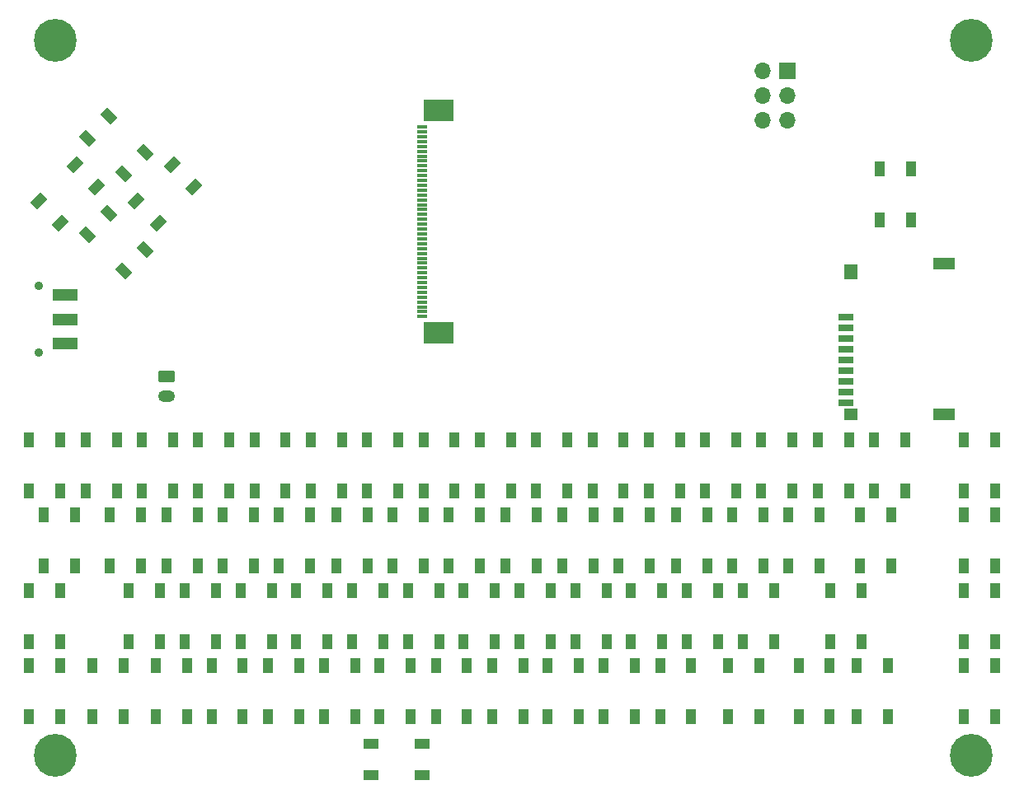
<source format=gbr>
%TF.GenerationSoftware,KiCad,Pcbnew,(6.0.0)*%
%TF.CreationDate,2022-10-15T12:08:06+11:00*%
%TF.ProjectId,c64pico,63363470-6963-46f2-9e6b-696361645f70,rev?*%
%TF.SameCoordinates,Original*%
%TF.FileFunction,Soldermask,Top*%
%TF.FilePolarity,Negative*%
%FSLAX46Y46*%
G04 Gerber Fmt 4.6, Leading zero omitted, Abs format (unit mm)*
G04 Created by KiCad (PCBNEW (6.0.0)) date 2022-10-15 12:08:06*
%MOMM*%
%LPD*%
G01*
G04 APERTURE LIST*
G04 Aperture macros list*
%AMRoundRect*
0 Rectangle with rounded corners*
0 $1 Rounding radius*
0 $2 $3 $4 $5 $6 $7 $8 $9 X,Y pos of 4 corners*
0 Add a 4 corners polygon primitive as box body*
4,1,4,$2,$3,$4,$5,$6,$7,$8,$9,$2,$3,0*
0 Add four circle primitives for the rounded corners*
1,1,$1+$1,$2,$3*
1,1,$1+$1,$4,$5*
1,1,$1+$1,$6,$7*
1,1,$1+$1,$8,$9*
0 Add four rect primitives between the rounded corners*
20,1,$1+$1,$2,$3,$4,$5,0*
20,1,$1+$1,$4,$5,$6,$7,0*
20,1,$1+$1,$6,$7,$8,$9,0*
20,1,$1+$1,$8,$9,$2,$3,0*%
%AMRotRect*
0 Rectangle, with rotation*
0 The origin of the aperture is its center*
0 $1 length*
0 $2 width*
0 $3 Rotation angle, in degrees counterclockwise*
0 Add horizontal line*
21,1,$1,$2,0,0,$3*%
G04 Aperture macros list end*
%ADD10R,1.000000X1.550000*%
%ADD11C,4.400000*%
%ADD12RotRect,1.550000X1.000000X135.000000*%
%ADD13RotRect,1.550000X1.000000X45.000000*%
%ADD14R,1.100000X0.300000*%
%ADD15R,3.100000X2.300000*%
%ADD16R,1.600000X0.700000*%
%ADD17R,2.200000X1.200000*%
%ADD18R,1.400000X1.200000*%
%ADD19R,1.400000X1.600000*%
%ADD20C,0.900000*%
%ADD21R,2.500000X1.250000*%
%ADD22RotRect,1.550000X1.000000X225.000000*%
%ADD23R,1.550000X1.000000*%
%ADD24RoundRect,0.250000X-0.625000X0.350000X-0.625000X-0.350000X0.625000X-0.350000X0.625000X0.350000X0*%
%ADD25O,1.750000X1.200000*%
%ADD26R,1.700000X1.700000*%
%ADD27O,1.700000X1.700000*%
G04 APERTURE END LIST*
D10*
%TO.C,SW61*%
X94480000Y-109775000D03*
X94480000Y-104525000D03*
X97680000Y-109775000D03*
X97680000Y-104525000D03*
%TD*%
D11*
%TO.C,H1*%
X39350000Y-63450000D03*
%TD*%
D10*
%TO.C,SW15*%
X108840000Y-112275000D03*
X108840000Y-117525000D03*
X112040000Y-112275000D03*
X112040000Y-117525000D03*
%TD*%
%TO.C,SW62*%
X106050001Y-104525000D03*
X106050001Y-109775000D03*
X109250001Y-104525000D03*
X109250001Y-109775000D03*
%TD*%
D12*
%TO.C,SW67*%
X42589754Y-83492332D03*
X46302064Y-87204642D03*
X44852496Y-81229590D03*
X48564806Y-84941900D03*
%TD*%
D10*
%TO.C,SW10*%
X50740000Y-112275000D03*
X50740000Y-117525000D03*
X53940000Y-112275000D03*
X53940000Y-117525000D03*
%TD*%
%TO.C,SW2*%
X54000000Y-109775000D03*
X54000000Y-104525000D03*
X57200000Y-109775000D03*
X57200000Y-104525000D03*
%TD*%
%TO.C,SW37*%
X84180000Y-133025000D03*
X84180000Y-127775000D03*
X87380000Y-133025000D03*
X87380000Y-127775000D03*
%TD*%
%TO.C,SW23*%
X104170000Y-120025000D03*
X104170000Y-125275000D03*
X107370000Y-120025000D03*
X107370000Y-125275000D03*
%TD*%
%TO.C,SW54*%
X103060000Y-117525000D03*
X103060000Y-112275000D03*
X106260000Y-112275000D03*
X106260000Y-117525000D03*
%TD*%
%TO.C,SW26*%
X43150001Y-127775000D03*
X43150001Y-133025000D03*
X46350001Y-133025000D03*
X46350001Y-127775000D03*
%TD*%
%TO.C,SW48*%
X132650000Y-112274999D03*
X132650000Y-117524999D03*
X135850000Y-117524999D03*
X135850000Y-112274999D03*
%TD*%
%TO.C,SW27*%
X55369999Y-133025000D03*
X55369999Y-127775000D03*
X58569999Y-133025000D03*
X58569999Y-127775000D03*
%TD*%
%TO.C,SW65*%
X121950001Y-117525000D03*
X121950001Y-112275000D03*
X125150001Y-117525000D03*
X125150001Y-112275000D03*
%TD*%
%TO.C,SW44*%
X75580000Y-125275000D03*
X75580000Y-120025000D03*
X78780000Y-125275000D03*
X78780000Y-120025000D03*
%TD*%
%TO.C,SW63*%
X117610000Y-109775000D03*
X117610000Y-104525000D03*
X120810000Y-109775000D03*
X120810000Y-104525000D03*
%TD*%
D13*
%TO.C,SW69*%
X51311996Y-76262474D03*
X47599686Y-79974784D03*
X49862428Y-82237526D03*
X53574738Y-78525216D03*
%TD*%
D10*
%TO.C,SW3*%
X65560000Y-104525000D03*
X65560000Y-109775000D03*
X68760000Y-104525000D03*
X68760000Y-109775000D03*
%TD*%
D11*
%TO.C,H3*%
X39350000Y-136950000D03*
%TD*%
D10*
%TO.C,SW52*%
X79740000Y-112275000D03*
X79740000Y-117525000D03*
X82940000Y-117525000D03*
X82940000Y-112275000D03*
%TD*%
%TO.C,SW53*%
X91400000Y-117525000D03*
X91400000Y-112275000D03*
X94600000Y-117525000D03*
X94600000Y-112275000D03*
%TD*%
%TO.C,SW5*%
X88700000Y-109775000D03*
X88700000Y-104525000D03*
X91900000Y-109775000D03*
X91900000Y-104525000D03*
%TD*%
%TO.C,SW51*%
X68180000Y-117525000D03*
X68180000Y-112275000D03*
X71380000Y-112275000D03*
X71380000Y-117525000D03*
%TD*%
%TO.C,SW58*%
X59780000Y-104525000D03*
X59780000Y-109775000D03*
X62980000Y-109775000D03*
X62980000Y-104525000D03*
%TD*%
D11*
%TO.C,H4*%
X133350000Y-136950000D03*
%TD*%
D10*
%TO.C,SW25*%
X36650000Y-120025000D03*
X36650000Y-125275000D03*
X39850000Y-125275000D03*
X39850000Y-120025000D03*
%TD*%
%TO.C,SW47*%
X109950000Y-125275000D03*
X109950000Y-120025000D03*
X113150000Y-125275000D03*
X113150000Y-120025000D03*
%TD*%
%TO.C,SW49*%
X44899999Y-117525000D03*
X44899999Y-112275000D03*
X48099999Y-117525000D03*
X48099999Y-112275000D03*
%TD*%
%TO.C,SW55*%
X114620000Y-117525000D03*
X114620000Y-112275000D03*
X117820000Y-112275000D03*
X117820000Y-117525000D03*
%TD*%
%TO.C,SW12*%
X73960000Y-117524999D03*
X73960000Y-112274999D03*
X77160000Y-117524999D03*
X77160000Y-112274999D03*
%TD*%
%TO.C,SW46*%
X98390000Y-125275000D03*
X98390000Y-120025000D03*
X101590000Y-125275000D03*
X101590000Y-120025000D03*
%TD*%
D14*
%TO.C,J5*%
X76976800Y-91875009D03*
X76976800Y-91375009D03*
X76976800Y-90875009D03*
X76976800Y-90375009D03*
X76976800Y-89875009D03*
X76976800Y-89375009D03*
X76976800Y-88875009D03*
X76976800Y-88375009D03*
X76976800Y-87875009D03*
X76976800Y-87375009D03*
X76976800Y-86875009D03*
X76976800Y-86375009D03*
X76976800Y-85875009D03*
X76976800Y-85375009D03*
X76976800Y-84875009D03*
X76976800Y-84375009D03*
X76976800Y-83875009D03*
X76976800Y-83375009D03*
X76976800Y-82875009D03*
X76976800Y-82375009D03*
X76976800Y-81875009D03*
X76976800Y-81375009D03*
X76976800Y-80875009D03*
X76976800Y-80375009D03*
X76976800Y-79875009D03*
X76976800Y-79375009D03*
X76976800Y-78875009D03*
X76976800Y-78375009D03*
X76976800Y-77875009D03*
X76976800Y-77375009D03*
X76976800Y-76875009D03*
X76976800Y-76375009D03*
X76976800Y-75875009D03*
X76976800Y-75375009D03*
X76976800Y-74875009D03*
X76976800Y-74375009D03*
X76976800Y-73875009D03*
X76976800Y-73375009D03*
X76976800Y-72875009D03*
X76976800Y-72375009D03*
D15*
X78676800Y-70705009D03*
X78676800Y-93545009D03*
%TD*%
D10*
%TO.C,SW39*%
X108400000Y-133025000D03*
X108400000Y-127775000D03*
X111600000Y-133025000D03*
X111600000Y-127775000D03*
%TD*%
%TO.C,SW70*%
X124000000Y-81925000D03*
X124000000Y-76675000D03*
X127200000Y-81925000D03*
X127200000Y-76675000D03*
%TD*%
%TO.C,SW13*%
X85545001Y-112275000D03*
X85545001Y-117525000D03*
X88745001Y-112275000D03*
X88745001Y-117525000D03*
%TD*%
D16*
%TO.C,J6*%
X120499998Y-91950000D03*
X120499998Y-93050000D03*
X120499998Y-94150000D03*
X120499998Y-95250000D03*
X120499998Y-96350000D03*
D17*
X130599998Y-86400000D03*
D18*
X120999998Y-101900000D03*
D19*
X120999998Y-87300000D03*
D17*
X130599998Y-101900000D03*
D16*
X120499998Y-97450000D03*
X120499998Y-98550000D03*
X120499998Y-99650000D03*
X120499998Y-100750000D03*
%TD*%
D10*
%TO.C,SW6*%
X100260000Y-109775000D03*
X100260000Y-104525000D03*
X103460000Y-109775000D03*
X103460000Y-104525000D03*
%TD*%
%TO.C,SW16*%
X118900000Y-125275000D03*
X118900000Y-120025000D03*
X122100000Y-120025000D03*
X122100000Y-125275000D03*
%TD*%
%TO.C,SW60*%
X82910000Y-104525000D03*
X82910000Y-109775000D03*
X86110000Y-104525000D03*
X86110000Y-109775000D03*
%TD*%
%TO.C,SW28*%
X66930000Y-127775000D03*
X66930000Y-133025000D03*
X70130000Y-133025000D03*
X70130000Y-127775000D03*
%TD*%
%TO.C,SW40*%
X132650000Y-109775000D03*
X132650000Y-104525000D03*
X135850000Y-109775000D03*
X135850000Y-104525000D03*
%TD*%
%TO.C,SW32*%
X115650000Y-133025000D03*
X115650000Y-127775000D03*
X118850000Y-133025000D03*
X118850000Y-127775000D03*
%TD*%
%TO.C,SW34*%
X49650000Y-133025000D03*
X49650000Y-127775000D03*
X52850000Y-127775000D03*
X52850000Y-133025000D03*
%TD*%
%TO.C,SW29*%
X78400001Y-133025000D03*
X78400001Y-127775000D03*
X81600001Y-127775000D03*
X81600001Y-133025000D03*
%TD*%
D12*
%TO.C,SW66*%
X42589754Y-73516281D03*
X46302064Y-77228591D03*
X48564806Y-74965849D03*
X44852496Y-71253539D03*
%TD*%
D20*
%TO.C,SW71*%
X37600000Y-95550000D03*
X37600000Y-88750000D03*
D21*
X40350000Y-89650000D03*
X40350000Y-92150000D03*
X40350000Y-94650000D03*
%TD*%
D10*
%TO.C,SW59*%
X71350000Y-104525000D03*
X71350000Y-109775000D03*
X74550000Y-104525000D03*
X74550000Y-109775000D03*
%TD*%
%TO.C,SW11*%
X62299999Y-112275000D03*
X62299999Y-117525000D03*
X65499999Y-112275000D03*
X65499999Y-117525000D03*
%TD*%
%TO.C,SW7*%
X111830000Y-109775000D03*
X111830000Y-104525000D03*
X115030000Y-104525000D03*
X115030000Y-109775000D03*
%TD*%
%TO.C,SW50*%
X56520000Y-112275000D03*
X56520000Y-117525000D03*
X59720000Y-117525000D03*
X59720000Y-112275000D03*
%TD*%
%TO.C,SW9*%
X36650000Y-109775000D03*
X36650000Y-104525000D03*
X39850000Y-104525000D03*
X39850000Y-109775000D03*
%TD*%
%TO.C,SW31*%
X101430000Y-133025000D03*
X101430000Y-127775000D03*
X104630000Y-133025000D03*
X104630000Y-127775000D03*
%TD*%
%TO.C,SW30*%
X89869999Y-133025000D03*
X89869999Y-127775000D03*
X93069999Y-127775000D03*
X93069999Y-133025000D03*
%TD*%
D11*
%TO.C,H2*%
X133350000Y-63450000D03*
%TD*%
D10*
%TO.C,SW1*%
X42430000Y-104525000D03*
X42430000Y-109775000D03*
X45630000Y-109775000D03*
X45630000Y-104525000D03*
%TD*%
%TO.C,SW38*%
X95650001Y-127775000D03*
X95650001Y-133025000D03*
X98850001Y-127775000D03*
X98850001Y-133025000D03*
%TD*%
%TO.C,SW8*%
X123400000Y-104525000D03*
X123400000Y-109775000D03*
X126600000Y-104525000D03*
X126600000Y-109775000D03*
%TD*%
%TO.C,SW56*%
X132650000Y-125275000D03*
X132650000Y-120025000D03*
X135850000Y-120025000D03*
X135850000Y-125275000D03*
%TD*%
%TO.C,SW35*%
X61150001Y-133025000D03*
X61150001Y-127775000D03*
X64350001Y-127775000D03*
X64350001Y-133025000D03*
%TD*%
%TO.C,SW45*%
X86989999Y-120025000D03*
X86989999Y-125275000D03*
X90189999Y-120025000D03*
X90189999Y-125275000D03*
%TD*%
%TO.C,SW22*%
X92770001Y-120025000D03*
X92770001Y-125275000D03*
X95970001Y-120025000D03*
X95970001Y-125275000D03*
%TD*%
%TO.C,SW18*%
X46840000Y-125275000D03*
X46840000Y-120025000D03*
X50040000Y-120025000D03*
X50040000Y-125275000D03*
%TD*%
D22*
%TO.C,SW68*%
X43576868Y-78525216D03*
X39864558Y-82237526D03*
X37601816Y-79974784D03*
X41314126Y-76262474D03*
%TD*%
D10*
%TO.C,SW20*%
X69800000Y-125275000D03*
X69800000Y-120025000D03*
X73000000Y-125275000D03*
X73000000Y-120025000D03*
%TD*%
%TO.C,SW64*%
X132650000Y-127775001D03*
X132650000Y-133025001D03*
X135850000Y-127775001D03*
X135850000Y-133025001D03*
%TD*%
%TO.C,SW14*%
X97180000Y-112275000D03*
X97180000Y-117525000D03*
X100380000Y-117525000D03*
X100380000Y-112275000D03*
%TD*%
%TO.C,SW36*%
X72619999Y-127775000D03*
X72619999Y-133025000D03*
X75819999Y-133025000D03*
X75819999Y-127775000D03*
%TD*%
D23*
%TO.C,SW33*%
X76955000Y-139000000D03*
X71705000Y-139000000D03*
X71705000Y-135800000D03*
X76955000Y-135800000D03*
%TD*%
D10*
%TO.C,SW41*%
X36650000Y-127775001D03*
X36650000Y-133025001D03*
X39850000Y-127775001D03*
X39850000Y-133025001D03*
%TD*%
%TO.C,SW4*%
X77130000Y-109774999D03*
X77130000Y-104524999D03*
X80330000Y-109774999D03*
X80330000Y-104524999D03*
%TD*%
%TO.C,SW42*%
X52620000Y-125275000D03*
X52620000Y-120025000D03*
X55820000Y-120025000D03*
X55820000Y-125275000D03*
%TD*%
%TO.C,SW19*%
X58399999Y-125275000D03*
X58399999Y-120025000D03*
X61599999Y-120025000D03*
X61599999Y-125275000D03*
%TD*%
%TO.C,SW17*%
X38150000Y-112275000D03*
X38150000Y-117525000D03*
X41350000Y-117525000D03*
X41350000Y-112275000D03*
%TD*%
%TO.C,SW43*%
X64020001Y-125275000D03*
X64020001Y-120025000D03*
X67220001Y-120025000D03*
X67220001Y-125275000D03*
%TD*%
%TO.C,SW21*%
X81210000Y-125275000D03*
X81210000Y-120025000D03*
X84410000Y-125275000D03*
X84410000Y-120025000D03*
%TD*%
%TO.C,SW57*%
X48220000Y-109774999D03*
X48220000Y-104524999D03*
X51420000Y-109774999D03*
X51420000Y-104524999D03*
%TD*%
%TO.C,SW24*%
X121650000Y-133025000D03*
X121650000Y-127775000D03*
X124850000Y-127775000D03*
X124850000Y-133025000D03*
%TD*%
D24*
%TO.C,BT1*%
X50750000Y-98050000D03*
D25*
X50750000Y-100050000D03*
%TD*%
D26*
%TO.C,J3*%
X114525001Y-66625000D03*
D27*
X111985001Y-66625000D03*
X114525001Y-69165000D03*
X111985001Y-69165000D03*
X114525001Y-71705000D03*
X111985001Y-71705000D03*
%TD*%
M02*

</source>
